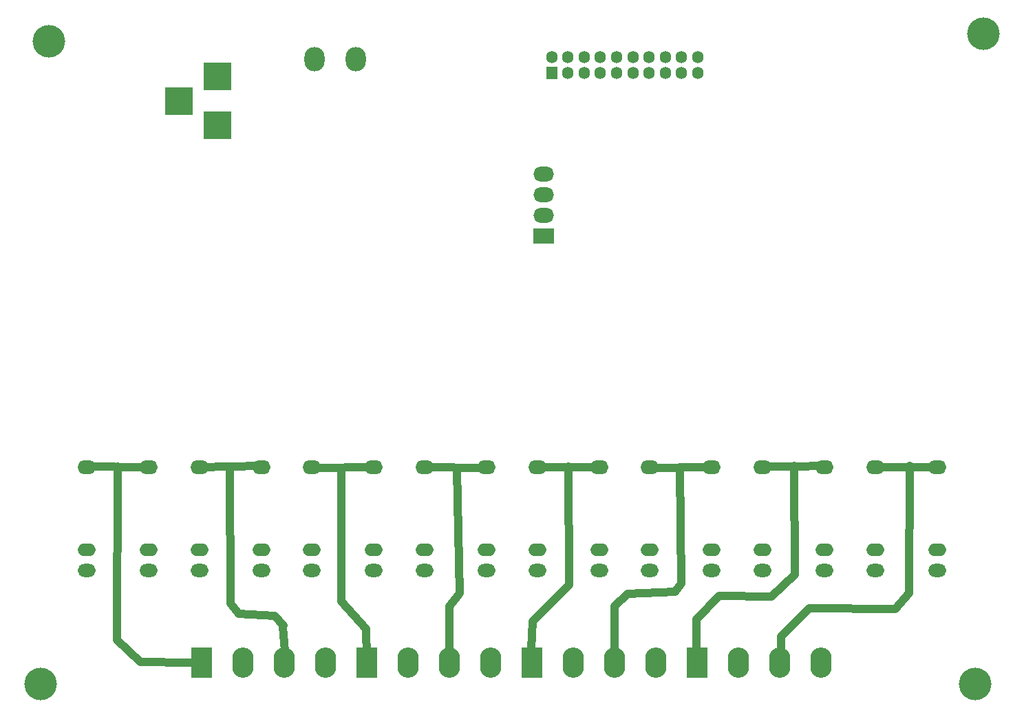
<source format=gbs>
G04 #@! TF.FileFunction,Soldermask,Bot*
%FSLAX46Y46*%
G04 Gerber Fmt 4.6, Leading zero omitted, Abs format (unit mm)*
G04 Created by KiCad (PCBNEW 4.0.6) date 09/22/17 08:59:26*
%MOMM*%
%LPD*%
G01*
G04 APERTURE LIST*
%ADD10C,0.100000*%
%ADD11C,1.000000*%
%ADD12O,2.224000X1.724000*%
%ADD13O,2.224000X1.524000*%
%ADD14O,2.224000X1.624000*%
%ADD15O,2.222400X1.624000*%
%ADD16C,4.000000*%
%ADD17R,3.500000X3.500000*%
%ADD18R,2.524000X1.824000*%
%ADD19O,2.524000X1.824000*%
%ADD20O,2.500000X3.000000*%
%ADD21O,2.624000X3.724000*%
%ADD22R,2.624000X3.724000*%
%ADD23R,1.400000X1.524000*%
%ADD24O,1.400000X1.524000*%
G04 APERTURE END LIST*
D10*
D11*
X92370000Y-140660000D02*
X92490000Y-119280000D01*
X95280000Y-143320000D02*
X92370000Y-140660000D01*
X101370000Y-143410000D02*
X95280000Y-143320000D01*
X112790000Y-139010000D02*
X113110000Y-142940000D01*
X111780000Y-137670000D02*
X112920000Y-138870000D01*
X107340000Y-137410000D02*
X111780000Y-137670000D01*
X106390000Y-136140000D02*
X107340000Y-137410000D01*
X106320000Y-119270000D02*
X106390000Y-136140000D01*
X96170000Y-119330000D02*
X88370000Y-119270000D01*
X110130000Y-119210000D02*
X102450000Y-119330000D01*
X120020000Y-135900000D02*
X120020000Y-119570000D01*
X123760000Y-119400000D02*
X116860000Y-119450000D01*
X123060000Y-139260000D02*
X120020000Y-135910000D01*
X123130000Y-142740000D02*
X123060000Y-139260000D01*
X134200000Y-119650000D02*
X134520000Y-134900000D01*
X133250000Y-136490000D02*
X134390000Y-135100000D01*
X133250000Y-143320000D02*
X133250000Y-136490000D01*
X143500000Y-138320000D02*
X148060000Y-133830000D01*
X143310000Y-143320000D02*
X143500000Y-138320000D01*
X147970000Y-119290000D02*
X148040000Y-133620000D01*
X137780000Y-119440000D02*
X130170000Y-119370000D01*
X144420000Y-119370000D02*
X151660000Y-119370000D01*
X153640000Y-136500000D02*
X153640000Y-143140000D01*
X155230000Y-134910000D02*
X153640000Y-136500000D01*
X161060000Y-134700000D02*
X155230000Y-134910000D01*
X161800000Y-133690000D02*
X161060000Y-134700000D01*
X161650000Y-119330000D02*
X161800000Y-133690000D01*
X157940000Y-119440000D02*
X165670000Y-119330000D01*
X175740000Y-119240000D02*
X179460000Y-119210000D01*
X172000000Y-119270000D02*
X175740000Y-119240000D01*
X175790000Y-132600000D02*
X175720000Y-119230000D01*
X172880000Y-135270000D02*
X175790000Y-132600000D01*
X166490000Y-135210000D02*
X172880000Y-135270000D01*
X163700000Y-138120000D02*
X166490000Y-135210000D01*
X163640000Y-143080000D02*
X163700000Y-138120000D01*
X174070000Y-140190000D02*
X173990000Y-143520000D01*
X177580000Y-136730000D02*
X174070000Y-140190000D01*
X188160000Y-136790000D02*
X177580000Y-136730000D01*
X189840000Y-134840000D02*
X188160000Y-136790000D01*
X189890000Y-119190000D02*
X189840000Y-134840000D01*
X185660000Y-119340000D02*
X193280000Y-119350000D01*
D12*
X165585710Y-119330000D03*
X157965710Y-119330000D03*
D13*
X165585710Y-129490000D03*
X157965710Y-129490000D03*
D14*
X165585710Y-132030000D03*
D15*
X157965710Y-132030000D03*
D16*
X84000000Y-67000000D03*
X83000000Y-146000000D03*
X199000000Y-66000000D03*
X198000000Y-146000000D03*
D17*
X104750000Y-77300000D03*
X104750000Y-71300000D03*
X100050000Y-74300000D03*
D12*
X193299994Y-119330000D03*
X185679994Y-119330000D03*
D13*
X193299994Y-129490000D03*
X185679994Y-129490000D03*
D14*
X193299994Y-132030000D03*
D15*
X185679994Y-132030000D03*
D12*
X179442852Y-119330000D03*
X171822852Y-119330000D03*
D13*
X179442852Y-129490000D03*
X171822852Y-129490000D03*
D14*
X179442852Y-132030000D03*
D15*
X171822852Y-132030000D03*
D12*
X151728568Y-119330000D03*
X144108568Y-119330000D03*
D13*
X151728568Y-129490000D03*
X144108568Y-129490000D03*
D14*
X151728568Y-132030000D03*
D15*
X144108568Y-132030000D03*
D12*
X137871426Y-119330000D03*
X130251426Y-119330000D03*
D13*
X137871426Y-129490000D03*
X130251426Y-129490000D03*
D14*
X137871426Y-132030000D03*
D15*
X130251426Y-132030000D03*
D12*
X96300000Y-119330000D03*
X88680000Y-119330000D03*
D13*
X96300000Y-129490000D03*
X88680000Y-129490000D03*
D14*
X96300000Y-132030000D03*
D15*
X88680000Y-132030000D03*
D12*
X124014284Y-119330000D03*
X116394284Y-119330000D03*
D13*
X124014284Y-129490000D03*
X116394284Y-129490000D03*
D14*
X124014284Y-132030000D03*
D15*
X116394284Y-132030000D03*
D12*
X110157142Y-119330000D03*
X102537142Y-119330000D03*
D13*
X110157142Y-129490000D03*
X102537142Y-129490000D03*
D14*
X110157142Y-132030000D03*
D15*
X102537142Y-132030000D03*
D18*
X144880000Y-90910000D03*
D19*
X144880000Y-88370000D03*
X144880000Y-85830000D03*
X144880000Y-83290000D03*
D20*
X116710000Y-69200000D03*
X121790000Y-69200000D03*
D21*
X138390000Y-143400000D03*
X133310000Y-143400000D03*
X128230000Y-143400000D03*
D22*
X123150000Y-143400000D03*
D21*
X118070000Y-143400000D03*
X112990000Y-143400000D03*
X107910000Y-143400000D03*
D22*
X102830000Y-143400000D03*
D21*
X179030000Y-143400000D03*
X173950000Y-143400000D03*
X168870000Y-143400000D03*
D22*
X163790000Y-143400000D03*
D21*
X158710000Y-143400000D03*
X153630000Y-143400000D03*
X148550000Y-143400000D03*
D22*
X143470000Y-143400000D03*
D23*
X145860000Y-70870000D03*
D24*
X145860000Y-68870000D03*
X147860000Y-70870000D03*
X147860000Y-68870000D03*
X149860000Y-70870000D03*
X149860000Y-68870000D03*
X151860000Y-70870000D03*
X151860000Y-68870000D03*
X153860000Y-70870000D03*
X153860000Y-68870000D03*
X155860000Y-70870000D03*
X155860000Y-68870000D03*
X157860000Y-70870000D03*
X157860000Y-68870000D03*
X159860000Y-70870000D03*
X159860000Y-68870000D03*
X161860000Y-70870000D03*
X161860000Y-68870000D03*
X163860000Y-70870000D03*
X163860000Y-68870000D03*
M02*

</source>
